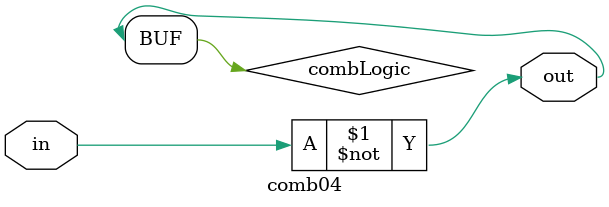
<source format=v>
module comb04 (in,out);
  // tmrg default triplicate
  // tmrg do_not_triplicate out
  input in;
  output out;
  wire combLogic;
  assign combLogic = ~in;
  assign out = combLogic;
endmodule

</source>
